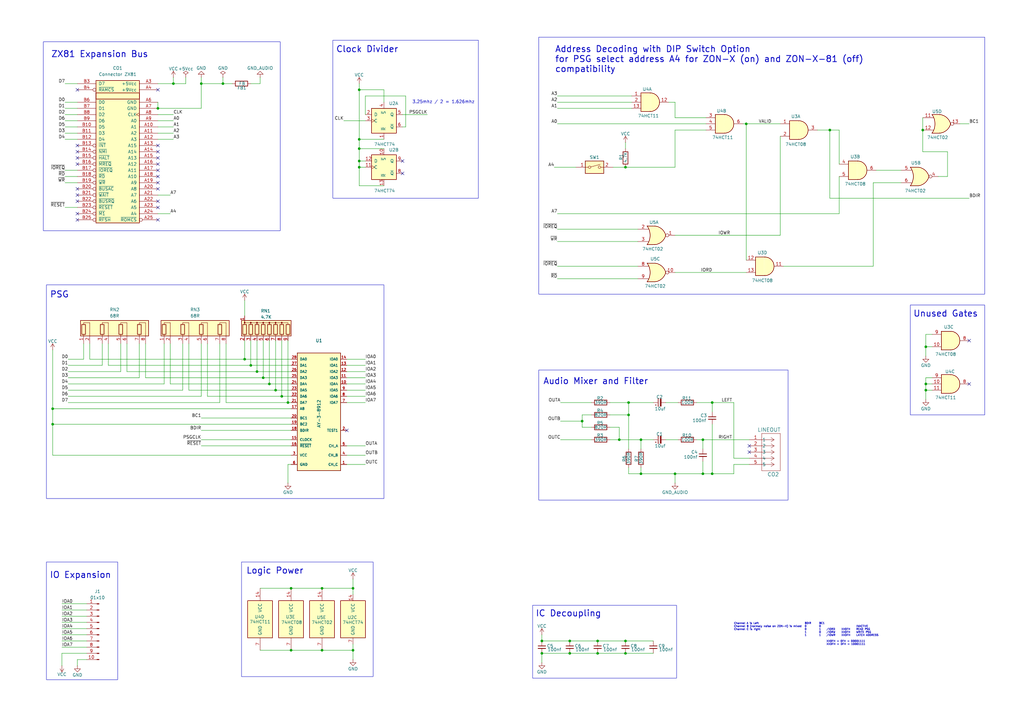
<source format=kicad_sch>
(kicad_sch (version 20250114) (generator "eeschema") (generator_version "9.0")
  (paper "A3")
  (title_block (title "AY-ZONIC-Core") (date "2025-09-20") (rev "2.0"))
  (rectangle (start 17.78 17.145) (end 114.935 94.615))
  (rectangle (start 220.98 151.765) (end 323.215 205.105))
  (rectangle (start 218.44 248.285) (end 277.495 278.13))
  (rectangle (start 373.38 125.095) (end 403.86 170.18))
  (rectangle (start 136.525 16.51) (end 196.215 81.28))
  (rectangle (start 220.98 15.24) (end 403.86 120.65))
  (rectangle (start 19.05 230.505) (end 48.26 278.765))
  (rectangle (start 99.06 230.505) (end 153.035 277.495))
  (rectangle (start 19.05 116.84) (end 157.48 204.47))
  (text "IO Expansion" (at 33.02 235.966 0) (effects (font (size 2.54 2.54) (thickness 0.3175))))
  (text "Audio Mixer and Filter" (at 244.348 156.464 0) (effects (font (size 2.54 2.54) (thickness 0.3175))))
  (text "ZX81 Expansion Bus" (at 40.894 22.352 0) (effects (font (size 2.54 2.54) (thickness 0.3175))))
  (text "3.25mhz / 2 = 1.626mhz" (at 181.864 41.91 0) (effects (font (size 1.27 1.27))))
  (text "Unused Gates" (at 387.858 128.778 0) (effects (font (size 2.54 2.54) (thickness 0.3175))))
  (text "Address Decoding with DIP Switch Option \nfor PSG select address A4 for ZON-X (on) and ZON-X-81 (off) \ncompatibility" (at 227.584 24.384 0) (effects (font (size 2.54 2.54) (thickness 0.3175)) (justify left)))
  (text "IC Decoupling" (at 233.172 251.714 0) (effects (font (size 2.54 2.54) (thickness 0.3175))))
  (text "Logic Power" (at 112.776 234.188 0) (effects (font (size 2.54 2.54) (thickness 0.3175))))
  (text "Channel A is Left\nChannel B (normaly noise on ZON-X) is mixed\nChannel C is right" (at 300.99 257.048 0) (effects (font (size 0.762 0.762)) (justify left)))
  (text "PSG" (at 24.384 120.904 0) (effects (font (size 2.54 2.54) (thickness 0.3175))))
  (text "BDIR	BC1\n0		0					INACTIVE\n0		1	/IORD	XX0FH	READ PSG\n1		0	/IORW	XX0FH	WRITE PSG\n1		1	/IOWR	XXDFH	LATCH ADDRESS\n\n			XX0FH = 0FH = 00001111\n			XXDFH = DFH = 10001111" (at 329.946 260.096 0) (effects (font (size 0.762 0.762)) (justify left)))
  (text "Clock Divider" (at 150.622 20.32 0) (effects (font (size 2.54 2.54) (thickness 0.3175))))
  (junction (at 118.11 165.1))
  (junction (at 233.68 267.97))
  (junction (at 71.12 34.29))
  (junction (at 115.57 162.56))
  (junction (at 144.78 241.3))
  (junction (at 147.32 36.83))
  (junction (at 379.73 157.48))
  (junction (at 306.07 50.8))
  (junction (at 107.95 154.94))
  (junction (at 147.32 60.96))
  (junction (at 144.78 266.7))
  (junction (at 21.59 167.64))
  (junction (at 256.54 262.89))
  (junction (at 119.38 266.7))
  (junction (at 222.25 262.89))
  (junction (at 245.11 262.89))
  (junction (at 257.81 170.18))
  (junction (at 379.73 160.02))
  (junction (at 113.03 160.02))
  (junction (at 102.87 149.86))
  (junction (at 254 180.34))
  (junction (at 262.89 180.34))
  (junction (at 132.08 241.3))
  (junction (at 110.49 157.48))
  (junction (at 378.46 53.34))
  (junction (at 147.32 66.04))
  (junction (at 340.36 53.34))
  (junction (at 292.1 194.31))
  (junction (at 119.38 241.3))
  (junction (at 245.11 267.97))
  (junction (at 256.54 267.97))
  (junction (at 379.73 142.24))
  (junction (at 82.55 34.29))
  (junction (at 256.54 68.58))
  (junction (at 222.25 267.97))
  (junction (at 100.33 147.32))
  (junction (at 238.76 172.72))
  (junction (at 147.32 57.15))
  (junction (at 91.44 34.29))
  (junction (at 21.59 173.99))
  (junction (at 64.77 44.45))
  (junction (at 276.86 194.31))
  (junction (at 147.32 68.58))
  (junction (at 233.68 262.89))
  (junction (at 132.08 266.7))
  (junction (at 288.29 180.34))
  (junction (at 288.29 194.31))
  (junction (at 292.1 165.1))
  (junction (at 105.41 152.4))
  (junction (at 262.89 194.31))
  (junction (at 257.81 165.1))
  (no_connect (at 64.77 72.39))
  (no_connect (at 31.75 90.17))
  (no_connect (at 64.77 77.47))
  (no_connect (at 307.34 182.88))
  (no_connect (at 31.75 77.47))
  (no_connect (at 397.51 139.7))
  (no_connect (at 64.77 62.23))
  (no_connect (at 31.75 36.83))
  (no_connect (at 64.77 82.55))
  (no_connect (at 31.75 87.63))
  (no_connect (at 64.77 64.77))
  (no_connect (at 31.75 64.77))
  (no_connect (at 64.77 74.93))
  (no_connect (at 64.77 90.17))
  (no_connect (at 31.75 67.31))
  (no_connect (at 64.77 67.31))
  (no_connect (at 64.77 36.83))
  (no_connect (at 64.77 85.09))
  (no_connect (at 31.75 80.01))
  (no_connect (at 397.51 157.48))
  (no_connect (at 165.1 71.12))
  (no_connect (at 142.24 176.53))
  (no_connect (at 31.75 62.23))
  (no_connect (at 64.77 69.85))
  (no_connect (at 165.1 66.04))
  (no_connect (at 31.75 59.69))
  (no_connect (at 307.34 185.42))
  (no_connect (at 31.75 82.55))
  (no_connect (at 64.77 59.69))
  (wire (pts (xy 340.36 53.34) (xy 335.28 53.34)))
  (wire (pts (xy 228.6 87.63) (xy 344.17 87.63)))
  (wire (pts (xy 285.75 180.34) (xy 288.29 180.34)))
  (wire (pts (xy 25.4 252.73) (xy 35.56 252.73)))
  (wire (pts (xy 31.75 270.51) (xy 31.75 273.05)))
  (wire (pts (xy 147.32 36.83) (xy 147.32 57.15)))
  (wire (pts (xy 69.85 80.01) (xy 64.77 80.01)))
  (wire (pts (xy 36.83 140.97) (xy 36.83 147.32)))
  (wire (pts (xy 49.53 140.97) (xy 49.53 152.4)))
  (wire (pts (xy 67.31 140.97) (xy 67.31 157.48)))
  (wire (pts (xy 102.87 34.29) (xy 106.68 34.29)))
  (wire (pts (xy 92.71 140.97) (xy 92.71 165.1)))
  (wire (pts (xy 82.55 31.75) (xy 82.55 34.29)))
  (wire (pts (xy 144.78 241.3) (xy 132.08 241.3)))
  (wire (pts (xy 147.32 36.83) (xy 157.48 36.83)))
  (wire (pts (xy 245.11 267.97) (xy 256.54 267.97)))
  (wire (pts (xy 144.78 266.7) (xy 132.08 266.7)))
  (wire (pts (xy 25.4 247.65) (xy 35.56 247.65)))
  (wire (pts (xy 166.37 39.37) (xy 166.37 52.07)))
  (wire (pts (xy 250.19 165.1) (xy 257.81 165.1)))
  (wire (pts (xy 25.4 262.89) (xy 35.56 262.89)))
  (wire (pts (xy 358.14 109.22) (xy 358.14 74.93)))
  (wire (pts (xy 254 180.34) (xy 262.89 180.34)))
  (wire (pts (xy 256.54 68.58) (xy 276.86 68.58)))
  (wire (pts (xy 233.68 262.89) (xy 245.11 262.89)))
  (wire (pts (xy 76.2 34.29) (xy 71.12 34.29)))
  (wire (pts (xy 388.62 72.39) (xy 384.81 72.39)))
  (wire (pts (xy 144.78 264.16) (xy 144.78 266.7)))
  (wire (pts (xy 149.86 39.37) (xy 166.37 39.37)))
  (wire (pts (xy 41.91 140.97) (xy 41.91 149.86)))
  (wire (pts (xy 379.73 142.24) (xy 382.27 142.24)))
  (wire (pts (xy 344.17 67.31) (xy 344.17 53.34)))
  (wire (pts (xy 26.67 34.29) (xy 31.75 34.29)))
  (wire (pts (xy 26.67 74.93) (xy 31.75 74.93)))
  (wire (pts (xy 147.32 34.29) (xy 147.32 36.83)))
  (wire (pts (xy 27.94 165.1) (xy 90.17 165.1)))
  (wire (pts (xy 71.12 31.75) (xy 71.12 34.29)))
  (wire (pts (xy 288.29 180.34) (xy 307.34 180.34)))
  (wire (pts (xy 100.33 123.19) (xy 100.33 129.54)))
  (wire (pts (xy 25.4 250.19) (xy 35.56 250.19)))
  (wire (pts (xy 102.87 149.86) (xy 119.38 149.86)))
  (wire (pts (xy 276.86 96.52) (xy 320.04 96.52)))
  (wire (pts (xy 166.37 52.07) (xy 165.1 52.07)))
  (wire (pts (xy 82.55 176.53) (xy 119.38 176.53)))
  (wire (pts (xy 251.46 68.58) (xy 256.54 68.58)))
  (wire (pts (xy 115.57 139.7) (xy 115.57 162.56)))
  (wire (pts (xy 26.67 57.15) (xy 31.75 57.15)))
  (wire (pts (xy 82.55 171.45) (xy 119.38 171.45)))
  (wire (pts (xy 344.17 53.34) (xy 340.36 53.34)))
  (wire (pts (xy 85.09 140.97) (xy 85.09 162.56)))
  (wire (pts (xy 222.25 262.89) (xy 233.68 262.89)))
  (wire (pts (xy 147.32 68.58) (xy 147.32 66.04)))
  (wire (pts (xy 250.19 180.34) (xy 254 180.34)))
  (wire (pts (xy 227.33 68.58) (xy 236.22 68.58)))
  (wire (pts (xy 157.48 76.2) (xy 147.32 76.2)))
  (wire (pts (xy 228.6 99.06) (xy 261.62 99.06)))
  (wire (pts (xy 256.54 58.42) (xy 256.54 60.96)))
  (wire (pts (xy 379.73 137.16) (xy 379.73 142.24)))
  (wire (pts (xy 229.87 172.72) (xy 238.76 172.72)))
  (wire (pts (xy 26.67 46.99) (xy 31.75 46.99)))
  (wire (pts (xy 71.12 46.99) (xy 64.77 46.99)))
  (wire (pts (xy 321.31 109.22) (xy 358.14 109.22)))
  (wire (pts (xy 25.4 257.81) (xy 35.56 257.81)))
  (wire (pts (xy 25.4 267.97) (xy 35.56 267.97)))
  (wire (pts (xy 378.46 62.23) (xy 388.62 62.23)))
  (wire (pts (xy 292.1 165.1) (xy 292.1 168.91)))
  (wire (pts (xy 25.4 260.35) (xy 35.56 260.35)))
  (wire (pts (xy 100.33 139.7) (xy 100.33 147.32)))
  (wire (pts (xy 222.25 260.35) (xy 222.25 262.89)))
  (wire (pts (xy 157.48 36.83) (xy 157.48 41.91)))
  (wire (pts (xy 59.69 154.94) (xy 107.95 154.94)))
  (wire (pts (xy 292.1 194.31) (xy 300.99 194.31)))
  (wire (pts (xy 254 175.26) (xy 254 180.34)))
  (wire (pts (xy 256.54 262.89) (xy 267.97 262.89)))
  (wire (pts (xy 26.67 49.53) (xy 31.75 49.53)))
  (wire (pts (xy 85.09 162.56) (xy 115.57 162.56)))
  (wire (pts (xy 36.83 147.32) (xy 100.33 147.32)))
  (wire (pts (xy 59.69 140.97) (xy 59.69 154.94)))
  (wire (pts (xy 147.32 60.96) (xy 157.48 60.96)))
  (wire (pts (xy 306.07 50.8) (xy 306.07 106.68)))
  (wire (pts (xy 245.11 262.89) (xy 256.54 262.89)))
  (wire (pts (xy 228.6 93.98) (xy 261.62 93.98)))
  (wire (pts (xy 142.24 154.94) (xy 149.86 154.94)))
  (wire (pts (xy 149.86 66.04) (xy 147.32 66.04)))
  (wire (pts (xy 21.59 143.51) (xy 21.59 167.64)))
  (wire (pts (xy 74.93 140.97) (xy 74.93 160.02)))
  (wire (pts (xy 276.86 68.58) (xy 276.86 53.34)))
  (wire (pts (xy 147.32 76.2) (xy 147.32 68.58)))
  (wire (pts (xy 359.41 69.85) (xy 369.57 69.85)))
  (wire (pts (xy 105.41 139.7) (xy 105.41 152.4)))
  (wire (pts (xy 292.1 173.99) (xy 292.1 194.31)))
  (wire (pts (xy 228.6 41.91) (xy 259.08 41.91)))
  (wire (pts (xy 262.89 180.34) (xy 267.97 180.34)))
  (wire (pts (xy 238.76 175.26) (xy 242.57 175.26)))
  (wire (pts (xy 149.86 46.99) (xy 149.86 39.37)))
  (wire (pts (xy 107.95 139.7) (xy 107.95 154.94)))
  (wire (pts (xy 379.73 157.48) (xy 382.27 157.48)))
  (wire (pts (xy 276.86 111.76) (xy 306.07 111.76)))
  (wire (pts (xy 82.55 180.34) (xy 119.38 180.34)))
  (wire (pts (xy 25.4 255.27) (xy 35.56 255.27)))
  (wire (pts (xy 27.94 149.86) (xy 41.91 149.86)))
  (wire (pts (xy 250.19 175.26) (xy 254 175.26)))
  (wire (pts (xy 113.03 139.7) (xy 113.03 160.02)))
  (wire (pts (xy 257.81 170.18) (xy 257.81 184.15)))
  (wire (pts (xy 26.67 85.09) (xy 31.75 85.09)))
  (wire (pts (xy 300.99 190.5) (xy 300.99 194.31)))
  (wire (pts (xy 257.81 194.31) (xy 262.89 194.31)))
  (wire (pts (xy 276.86 53.34) (xy 289.56 53.34)))
  (wire (pts (xy 276.86 194.31) (xy 288.29 194.31)))
  (wire (pts (xy 149.86 190.5) (xy 142.24 190.5)))
  (wire (pts (xy 229.87 180.34) (xy 242.57 180.34)))
  (wire (pts (xy 118.11 198.12) (xy 118.11 190.5)))
  (wire (pts (xy 140.97 49.53) (xy 149.86 49.53)))
  (wire (pts (xy 257.81 165.1) (xy 257.81 170.18)))
  (wire (pts (xy 379.73 157.48) (xy 379.73 160.02)))
  (wire (pts (xy 64.77 41.91) (xy 64.77 44.45)))
  (wire (pts (xy 288.29 194.31) (xy 292.1 194.31)))
  (wire (pts (xy 105.41 152.4) (xy 119.38 152.4)))
  (wire (pts (xy 142.24 147.32) (xy 149.86 147.32)))
  (wire (pts (xy 228.6 50.8) (xy 289.56 50.8)))
  (wire (pts (xy 276.86 41.91) (xy 276.86 48.26)))
  (wire (pts (xy 306.07 50.8) (xy 304.8 50.8)))
  (wire (pts (xy 119.38 266.7) (xy 132.08 266.7)))
  (wire (pts (xy 273.05 180.34) (xy 278.13 180.34)))
  (wire (pts (xy 276.86 194.31) (xy 276.86 198.12)))
  (wire (pts (xy 273.05 165.1) (xy 278.13 165.1)))
  (wire (pts (xy 228.6 39.37) (xy 259.08 39.37)))
  (wire (pts (xy 27.94 162.56) (xy 82.55 162.56)))
  (wire (pts (xy 115.57 162.56) (xy 119.38 162.56)))
  (wire (pts (xy 222.25 267.97) (xy 222.25 271.78)))
  (wire (pts (xy 157.48 57.15) (xy 147.32 57.15)))
  (wire (pts (xy 71.12 49.53) (xy 64.77 49.53)))
  (wire (pts (xy 144.78 243.84) (xy 144.78 241.3)))
  (wire (pts (xy 382.27 137.16) (xy 379.73 137.16)))
  (wire (pts (xy 21.59 167.64) (xy 21.59 173.99)))
  (wire (pts (xy 106.68 31.75) (xy 106.68 34.29)))
  (wire (pts (xy 238.76 172.72) (xy 238.76 170.18)))
  (wire (pts (xy 82.55 34.29) (xy 82.55 44.45)))
  (wire (pts (xy 34.29 140.97) (xy 34.29 147.32)))
  (wire (pts (xy 27.94 147.32) (xy 34.29 147.32)))
  (wire (pts (xy 300.99 190.5) (xy 307.34 190.5)))
  (wire (pts (xy 21.59 173.99) (xy 21.59 186.69)))
  (wire (pts (xy 26.67 52.07) (xy 31.75 52.07)))
  (wire (pts (xy 147.32 60.96) (xy 147.32 66.04)))
  (wire (pts (xy 26.67 72.39) (xy 31.75 72.39)))
  (wire (pts (xy 25.4 265.43) (xy 35.56 265.43)))
  (wire (pts (xy 119.38 241.3) (xy 132.08 241.3)))
  (wire (pts (xy 118.11 165.1) (xy 119.38 165.1)))
  (wire (pts (xy 257.81 170.18) (xy 250.19 170.18)))
  (wire (pts (xy 228.6 44.45) (xy 259.08 44.45)))
  (wire (pts (xy 262.89 194.31) (xy 276.86 194.31)))
  (wire (pts (xy 91.44 34.29) (xy 95.25 34.29)))
  (wire (pts (xy 379.73 160.02) (xy 382.27 160.02)))
  (wire (pts (xy 44.45 140.97) (xy 44.45 149.86)))
  (wire (pts (xy 288.29 180.34) (xy 288.29 184.15)))
  (wire (pts (xy 262.89 180.34) (xy 262.89 184.15)))
  (wire (pts (xy 397.51 50.8) (xy 393.7 50.8)))
  (wire (pts (xy 300.99 187.96) (xy 307.34 187.96)))
  (wire (pts (xy 238.76 172.72) (xy 238.76 175.26)))
  (wire (pts (xy 52.07 152.4) (xy 105.41 152.4)))
  (wire (pts (xy 229.87 165.1) (xy 242.57 165.1)))
  (wire (pts (xy 26.67 44.45) (xy 31.75 44.45)))
  (wire (pts (xy 69.85 157.48) (xy 110.49 157.48)))
  (wire (pts (xy 276.86 48.26) (xy 289.56 48.26)))
  (wire (pts (xy 44.45 149.86) (xy 102.87 149.86)))
  (wire (pts (xy 165.1 46.99) (xy 175.26 46.99)))
  (wire (pts (xy 292.1 165.1) (xy 300.99 165.1)))
  (wire (pts (xy 274.32 41.91) (xy 276.86 41.91)))
  (wire (pts (xy 379.73 142.24) (xy 379.73 146.05)))
  (wire (pts (xy 142.24 152.4) (xy 149.86 152.4)))
  (wire (pts (xy 77.47 140.97) (xy 77.47 160.02)))
  (wire (pts (xy 110.49 157.48) (xy 119.38 157.48)))
  (wire (pts (xy 107.95 154.94) (xy 119.38 154.94)))
  (wire (pts (xy 57.15 140.97) (xy 57.15 154.94)))
  (wire (pts (xy 144.78 237.49) (xy 144.78 241.3)))
  (wire (pts (xy 262.89 191.77) (xy 262.89 194.31)))
  (wire (pts (xy 285.75 165.1) (xy 292.1 165.1)))
  (wire (pts (xy 71.12 52.07) (xy 64.77 52.07)))
  (wire (pts (xy 144.78 266.7) (xy 144.78 270.51)))
  (wire (pts (xy 142.24 160.02) (xy 149.86 160.02)))
  (wire (pts (xy 82.55 34.29) (xy 91.44 34.29)))
  (wire (pts (xy 340.36 81.28) (xy 340.36 53.34)))
  (wire (pts (xy 76.2 31.75) (xy 76.2 34.29)))
  (wire (pts (xy 118.11 139.7) (xy 118.11 165.1)))
  (wire (pts (xy 92.71 165.1) (xy 118.11 165.1)))
  (wire (pts (xy 233.68 267.97) (xy 245.11 267.97)))
  (wire (pts (xy 149.86 186.69) (xy 142.24 186.69)))
  (wire (pts (xy 100.33 147.32) (xy 119.38 147.32)))
  (wire (pts (xy 397.51 81.28) (xy 340.36 81.28)))
  (wire (pts (xy 388.62 62.23) (xy 388.62 72.39)))
  (wire (pts (xy 82.55 140.97) (xy 82.55 162.56)))
  (wire (pts (xy 90.17 140.97) (xy 90.17 165.1)))
  (wire (pts (xy 142.24 157.48) (xy 149.86 157.48)))
  (wire (pts (xy 113.03 160.02) (xy 119.38 160.02)))
  (wire (pts (xy 27.94 160.02) (xy 74.93 160.02)))
  (wire (pts (xy 233.68 267.97) (xy 222.25 267.97)))
  (wire (pts (xy 257.81 165.1) (xy 267.97 165.1)))
  (wire (pts (xy 142.24 162.56) (xy 149.86 162.56)))
  (wire (pts (xy 142.24 165.1) (xy 149.86 165.1)))
  (wire (pts (xy 64.77 44.45) (xy 82.55 44.45)))
  (wire (pts (xy 106.68 241.3) (xy 119.38 241.3)))
  (wire (pts (xy 71.12 54.61) (xy 64.77 54.61)))
  (wire (pts (xy 119.38 186.69) (xy 21.59 186.69)))
  (wire (pts (xy 358.14 74.93) (xy 369.57 74.93)))
  (wire (pts (xy 21.59 167.64) (xy 119.38 167.64)))
  (wire (pts (xy 71.12 57.15) (xy 64.77 57.15)))
  (wire (pts (xy 110.49 139.7) (xy 110.49 157.48)))
  (wire (pts (xy 64.77 34.29) (xy 71.12 34.29)))
  (wire (pts (xy 149.86 68.58) (xy 147.32 68.58)))
  (wire (pts (xy 25.4 267.97) (xy 25.4 273.05)))
  (wire (pts (xy 142.24 149.86) (xy 149.86 149.86)))
  (wire (pts (xy 344.17 87.63) (xy 344.17 72.39)))
  (wire (pts (xy 52.07 140.97) (xy 52.07 152.4)))
  (wire (pts (xy 91.44 31.75) (xy 91.44 34.29)))
  (wire (pts (xy 242.57 170.18) (xy 238.76 170.18)))
  (wire (pts (xy 102.87 139.7) (xy 102.87 149.86)))
  (wire (pts (xy 27.94 154.94) (xy 57.15 154.94)))
  (wire (pts (xy 21.59 173.99) (xy 119.38 173.99)))
  (wire (pts (xy 27.94 157.48) (xy 67.31 157.48)))
  (wire (pts (xy 228.6 109.22) (xy 261.62 109.22)))
  (wire (pts (xy 149.86 182.88) (xy 142.24 182.88)))
  (wire (pts (xy 378.46 48.26) (xy 378.46 53.34)))
  (wire (pts (xy 26.67 54.61) (xy 31.75 54.61)))
  (wire (pts (xy 257.81 191.77) (xy 257.81 194.31)))
  (wire (pts (xy 256.54 267.97) (xy 267.97 267.97)))
  (wire (pts (xy 77.47 160.02) (xy 113.03 160.02)))
  (wire (pts (xy 300.99 187.96) (xy 300.99 165.1)))
  (wire (pts (xy 26.67 69.85) (xy 31.75 69.85)))
  (wire (pts (xy 320.04 96.52) (xy 320.04 55.88)))
  (wire (pts (xy 69.85 87.63) (xy 64.77 87.63)))
  (wire (pts (xy 378.46 53.34) (xy 378.46 62.23)))
  (wire (pts (xy 31.75 270.51) (xy 35.56 270.51)))
  (wire (pts (xy 26.67 41.91) (xy 31.75 41.91)))
  (wire (pts (xy 118.11 190.5) (xy 119.38 190.5)))
  (wire (pts (xy 379.73 160.02) (xy 379.73 163.83)))
  (wire (pts (xy 379.73 154.94) (xy 379.73 157.48)))
  (wire (pts (xy 288.29 189.23) (xy 288.29 194.31)))
  (wire (pts (xy 119.38 266.7) (xy 106.68 266.7)))
  (wire (pts (xy 69.85 140.97) (xy 69.85 157.48)))
  (wire (pts (xy 147.32 57.15) (xy 147.32 60.96)))
  (wire (pts (xy 228.6 114.3) (xy 261.62 114.3)))
  (wire (pts (xy 27.94 152.4) (xy 49.53 152.4)))
  (wire (pts (xy 82.55 182.88) (xy 119.38 182.88)))
  (wire (pts (xy 379.73 154.94) (xy 382.27 154.94)))
  (wire (pts (xy 306.07 50.8) (xy 320.04 50.8)))
  (label "IOA0" (at 149.86 147.32 0))
  (label "~{RESET}" (at 82.55 182.88 180))
  (label "IOA7" (at 149.86 165.1 0))
  (label "~{IOREQ}" (at 228.6 109.22 180))
  (label "IORD" (at 292.1 111.76 180))
  (label "A4" (at 227.33 68.58 180))
  (label "A1" (at 228.6 44.45 180))
  (label "~{RD}" (at 26.67 72.39 180))
  (label "OUTC" (at 229.87 180.34 180))
  (label "D3" (at 27.94 154.94 180))
  (label "~{IOREQ}" (at 26.67 69.85 180))
  (label "RIGHT" (at 294.64 180.34 0))
  (label "OUTB" (at 229.87 172.72 180))
  (label "BC1" (at 397.51 50.8 0))
  (label "D0" (at 27.94 147.32 180))
  (label "IOA5" (at 149.86 160.02 0))
  (label "IOWR" (at 294.64 96.52 0))
  (label "IOA0" (at 25.4 247.65 0))
  (label "A2" (at 71.12 54.61 0))
  (label "OUTC" (at 149.86 190.5 0))
  (label "~{WR}" (at 26.67 74.93 180))
  (label "~{IOREQ}" (at 228.6 93.98 180))
  (label "D7" (at 27.94 165.1 180))
  (label "A3" (at 228.6 39.37 180))
  (label "A1" (at 71.12 52.07 0))
  (label "IOA7" (at 25.4 265.43 0))
  (label "CLK" (at 140.97 49.53 180))
  (label "D1" (at 27.94 149.86 180))
  (label "OUTB" (at 149.86 186.69 0))
  (label "IOA2" (at 25.4 252.73 0))
  (label "OUTA" (at 149.86 182.88 0))
  (label "D2" (at 27.94 152.4 180))
  (label "IOA4" (at 25.4 257.81 0))
  (label "VALID" (at 311.15 50.8 0))
  (label "D5" (at 27.94 160.02 180))
  (label "D3" (at 26.67 54.61 180))
  (label "A2" (at 228.6 41.91 180))
  (label "LEFT" (at 295.91 165.1 0))
  (label "~{RESET}" (at 26.67 85.09 180))
  (label "A0" (at 228.6 50.8 180))
  (label "IOA6" (at 149.86 162.56 0))
  (label "IOA4" (at 149.86 157.48 0))
  (label "IOA1" (at 149.86 149.86 0))
  (label "IOA3" (at 149.86 154.94 0))
  (label "CLK" (at 71.12 46.99 0))
  (label "IOA2" (at 149.86 152.4 0))
  (label "PSGCLK" (at 82.55 180.34 180))
  (label "A7" (at 69.85 80.01 0))
  (label "~{WR}" (at 228.6 99.06 180))
  (label "BDIR" (at 82.55 176.53 180))
  (label "D1" (at 26.67 44.45 180))
  (label "D7" (at 26.67 34.29 180))
  (label "A4" (at 69.85 87.63 0))
  (label "D0" (at 26.67 41.91 180))
  (label "D4" (at 27.94 157.48 180))
  (label "~{RD}" (at 228.6 114.3 180))
  (label "IOA1" (at 25.4 250.19 0))
  (label "D5" (at 26.67 52.07 180))
  (label "IOA6" (at 25.4 262.89 0))
  (label "A7" (at 228.6 87.63 180))
  (label "D6" (at 26.67 49.53 180))
  (label "IOA3" (at 25.4 255.27 0))
  (label "PSGCLK" (at 175.26 46.99 180))
  (label "A3" (at 71.12 57.15 0))
  (label "A0" (at 71.12 49.53 0))
  (label "OUTA" (at 229.87 165.1 180))
  (label "IOA5" (at 25.4 260.35 0))
  (label "D2" (at 26.67 46.99 180))
  (label "D6" (at 27.94 162.56 180))
  (label "D4" (at 26.67 57.15 180))
  (label "BC1" (at 82.55 171.45 180))
  (label "BDIR" (at 397.51 81.28 0))
  (symbol (lib_id "power:VCC") (at 256.54 58.42 0) (unit 1)
    (property "Reference" "#PWR010" (effects (hide yes)))
    (property "Value" "VCC" (at 256.54 54.864 0))
    (property "Description" "Power symbol creates a global label with name \"VCC\"" (effects (hide yes)))
  )
  (symbol (lib_id "AY-38912:AY-3-8912") (at 130.81 168.91 0) (unit 1)
    (property "Reference" "U1" (at 130.81 139.7 0))
    (property "Value" "AY-3-8912" (at 130.81 169.672 90))
    (property "Footprint" "Package_DIP:DIP-28_W15.24mm_LongPads" (effects (hide yes)))
  )
  (symbol (lib_id "74xx:74HCT74") (at 157.48 68.58 0) (unit 2)
    (property "Reference" "U2" (at 159.512 61.468 0) (effects (justify left)))
    (property "Value" "74HCT74" (at 153.416 78.232 0) (effects (justify left)))
    (property "Footprint" "Package_DIP:DIP-14_W7.62mm_Socket_LongPads" (effects (hide yes)))
    (property "Datasheet" "https://assets.nexperia.com/documents/data-sheet/74HC_HCT74.pdf" (effects (hide yes)))
    (property "Description" "Dual D Flip-flop, Set & Reset" (effects (hide yes)))
  )
  (symbol (lib_id "74xx:74LS08") (at 389.89 139.7 0) (unit 3)
    (property "Reference" "U3" (at 389.128 134.112 0))
    (property "Value" "74HCT08" (at 387.858 145.288 0))
    (property "Footprint" "Package_DIP:DIP-14_W7.62mm_Socket_LongPads" (effects (hide yes)))
    (property "Datasheet" "http://www.ti.com/lit/gpn/sn74LS08" (effects (hide yes)))
    (property "Description" "Quad And2" (effects (hide yes)))
  )
  (symbol (lib_id "Device:C_Polarized_Small") (at 270.51 165.1 90) (unit 1)
    (property "Reference" "C2" (at 270.51 162.814 90))
    (property "Value" "10uf" (at 270.764 167.64 90))
    (property "Footprint" "Capacitor_THT:CP_Radial_D5.0mm_P2.00mm" (effects (hide yes)))
    (property "Description" "Polarized capacitor, small symbol" (effects (hide yes)))
  )
  (symbol (lib_name "R_5") (lib_id "Device:R") (at 281.94 165.1 90) (unit 1)
    (property "Reference" "R11" (at 281.686 163.322 90))
    (property "Value" "100R" (at 281.94 165.1 90))
    (property "Footprint" "Resistor_THT:R_Axial_DIN0207_L6.3mm_D2.5mm_P7.62mm_Horizontal" (effects (hide yes)))
    (property "Description" "Resistor" (effects (hide yes)))
  )
  (symbol (lib_id "74xx:74LS08") (at 351.79 69.85 0) (unit 2)
    (property "Reference" "U3" (at 350.774 64.262 0))
    (property "Value" "74HCT08" (at 350.774 75.438 0))
    (property "Footprint" "Package_DIP:DIP-14_W7.62mm_Socket_LongPads" (effects (hide yes)))
    (property "Datasheet" "http://www.ti.com/lit/gpn/sn74LS08" (effects (hide yes)))
    (property "Description" "Quad And2" (effects (hide yes)))
  )
  (symbol (lib_id "power:GND") (at 379.73 163.83 0) (unit 1)
    (property "Reference" "#PWR03" (effects (hide yes)))
    (property "Value" "GND" (at 379.73 167.64 0))
    (property "Description" "Power symbol creates a global label with name \"GND\" , ground" (effects (hide yes)))
  )
  (symbol (lib_id "74xx:74LS02") (at 132.08 254 0) (unit 5)
    (property "Reference" "U5" (at 131.826 253.238 0))
    (property "Value" "74HCT02" (at 132.08 255.27 0))
    (property "Footprint" "Package_DIP:DIP-14_W7.62mm_Socket_LongPads" (effects (hide yes)))
    (property "Datasheet" "http://www.ti.com/lit/gpn/sn74ls02" (effects (hide yes)))
    (property "Description" "quad 2-input NOR gate" (effects (hide yes)))
  )
  (symbol (lib_id "power:VCC") (at 144.78 237.49 0) (unit 1)
    (property "Reference" "#PWR013" (effects (hide yes)))
    (property "Value" "VCC" (at 144.78 233.934 0))
    (property "Description" "Power symbol creates a global label with name \"VCC\"" (effects (hide yes)))
  )
  (symbol (lib_name "R_6") (lib_id "Device:R") (at 246.38 165.1 90) (unit 1)
    (property "Reference" "R2" (at 246.126 163.322 90))
    (property "Value" "390R" (at 246.38 165.1 90))
    (property "Footprint" "Resistor_THT:R_Axial_DIN0207_L6.3mm_D2.5mm_P7.62mm_Horizontal" (effects (hide yes)))
    (property "Description" "Resistor" (effects (hide yes)))
  )
  (symbol (lib_id "power:GND") (at 82.55 31.75 0) (mirror x) (unit 1)
    (property "Reference" "#PWR08" (effects (hide yes)))
    (property "Value" "GND" (at 82.55 27.94 0))
    (property "Description" "Power symbol creates a global label with name \"GND\" , ground" (effects (hide yes)))
  )
  (symbol (lib_id "74xx:74LS11") (at 389.89 157.48 0) (unit 3)
    (property "Reference" "U4" (at 389.636 152.4 0))
    (property "Value" "74HCT11" (at 387.858 163.068 0))
    (property "Footprint" "Package_DIP:DIP-14_W7.62mm_Socket_LongPads" (effects (hide yes)))
    (property "Datasheet" "http://www.ti.com/lit/gpn/sn74LS11" (effects (hide yes)))
    (property "Description" "Triple 3-input AND" (effects (hide yes)))
  )
  (symbol (lib_id "74xx:74LS08") (at 313.69 109.22 0) (unit 4)
    (property "Reference" "U3" (at 312.674 103.632 0))
    (property "Value" "74HCT08" (at 312.674 115.062 0))
    (property "Footprint" "Package_DIP:DIP-14_W7.62mm_Socket_LongPads" (effects (hide yes)))
    (property "Datasheet" "http://www.ti.com/lit/gpn/sn74LS08" (effects (hide yes)))
    (property "Description" "Quad And2" (effects (hide yes)))
  )
  (symbol (lib_id "power:GND") (at 276.86 198.12 0) (unit 1)
    (property "Reference" "#PWR018" (effects (hide yes)))
    (property "Value" "GND_AUDIO" (at 276.86 201.93 0))
    (property "Description" "Power symbol creates a global label with name \"GND\" , ground" (effects (hide yes)))
  )
  (symbol (lib_id "power:VCC") (at 71.12 31.75 0) (unit 1)
    (property "Reference" "#PWR07" (effects (hide yes)))
    (property "Value" "VCC" (at 71.12 28.194 0))
    (property "Description" "Power symbol creates a global label with name \"VCC\"" (effects (hide yes)))
  )
  (symbol (lib_id "74xx:74HCT74") (at 157.48 49.53 0) (unit 1)
    (property "Reference" "U2" (at 159.512 42.418 0) (effects (justify left)))
    (property "Value" "74HCT74" (at 153.416 59.182 0) (effects (justify left)))
    (property "Footprint" "Package_DIP:DIP-14_W7.62mm_Socket_LongPads" (effects (hide yes)))
    (property "Datasheet" "https://assets.nexperia.com/documents/data-sheet/74HC_HCT74.pdf" (effects (hide yes)))
    (property "Description" "Dual D Flip-flop, Set & Reset" (effects (hide yes)))
  )
  (symbol (lib_id "power:VCC") (at 25.4 273.05 180) (unit 1)
    (property "Reference" "#PWR014" (effects (hide yes)))
    (property "Value" "VCC" (at 25.4 276.606 0))
    (property "Description" "Power symbol creates a global label with name \"VCC\"" (effects (hide yes)))
  )
  (symbol (lib_id "power:GND") (at 144.78 270.51 0) (unit 1)
    (property "Reference" "#PWR012" (effects (hide yes)))
    (property "Value" "GND" (at 144.78 274.32 0))
    (property "Description" "Power symbol creates a global label with name \"GND\" , ground" (effects (hide yes)))
  )
  (symbol (lib_name "R_7") (lib_id "Device:R") (at 257.81 187.96 0) (unit 1)
    (property "Reference" "R6" (at 256.032 189.484 90) (effects (justify left)))
    (property "Value" "390R" (at 257.81 190.5 90) (effects (justify left)))
    (property "Footprint" "Resistor_THT:R_Axial_DIN0207_L6.3mm_D2.5mm_P7.62mm_Horizontal" (effects (hide yes)))
    (property "Description" "Resistor" (effects (hide yes)))
  )
  (symbol (lib_name "R_5") (lib_id "Device:R") (at 281.94 180.34 90) (unit 1)
    (property "Reference" "R10" (at 281.686 178.562 90))
    (property "Value" "100R" (at 281.94 180.34 90))
    (property "Footprint" "Resistor_THT:R_Axial_DIN0207_L6.3mm_D2.5mm_P7.62mm_Horizontal" (effects (hide yes)))
    (property "Description" "Resistor" (effects (hide yes)))
  )
  (symbol (lib_id "Connector:Conn_01x10_Pin") (at 40.64 257.81 0) (mirror y) (unit 1)
    (property "Reference" "J1" (at 40.005 242.57 0))
    (property "Value" "01x10" (at 40.005 245.11 0))
    (property "Footprint" "Connector_PinHeader_2.54mm:PinHeader_1x10_P2.54mm_Vertical" (effects (hide yes)))
    (property "Description" "Generic connector, single row, 01x10, script generated" (effects (hide yes)))
  )
  (symbol (lib_id "74xx:74LS02") (at 269.24 96.52 0) (unit 1)
    (property "Reference" "U5" (at 268.224 91.186 0))
    (property "Value" "74HCT02" (at 267.716 102.108 0))
    (property "Footprint" "Package_DIP:DIP-14_W7.62mm_Socket_LongPads" (effects (hide yes)))
    (property "Datasheet" "http://www.ti.com/lit/gpn/sn74ls02" (effects (hide yes)))
    (property "Description" "quad 2-input NOR gate" (effects (hide yes)))
  )
  (symbol (lib_id "power:PWR_FLAG") (at 91.44 31.75 0) (unit 1)
    (property "Reference" "#FLG03" (effects (hide yes)))
    (property "Value" "GND" (at 91.44 27.94 0))
    (property "Description" "Special symbol for telling ERC where power comes from" (effects (hide yes)))
  )
  (symbol (lib_id "power:GND") (at 379.73 146.05 0) (unit 1)
    (property "Reference" "#PWR04" (effects (hide yes)))
    (property "Value" "GND" (at 379.73 149.86 0))
    (property "Description" "Power symbol creates a global label with name \"GND\" , ground" (effects (hide yes)))
  )
  (symbol (lib_name "R_4") (lib_id "Device:R") (at 246.38 170.18 270) (unit 1)
    (property "Reference" "R4" (at 246.126 168.402 90))
    (property "Value" "820R" (at 246.38 170.18 90))
    (property "Footprint" "Resistor_THT:R_Axial_DIN0207_L6.3mm_D2.5mm_P7.62mm_Horizontal" (effects (hide yes)))
    (property "Description" "Resistor" (effects (hide yes)))
  )
  (symbol (lib_id "power:GND") (at 222.25 271.78 0) (unit 1)
    (property "Reference" "#PWR02" (effects (hide yes)))
    (property "Value" "GND" (at 222.25 275.59 0))
    (property "Description" "Power symbol creates a global label with name \"GND\" , ground" (effects (hide yes)))
  )
  (symbol (lib_id "Device:R_Pack04_SIP") (at 80.01 135.89 0) (unit 1)
    (property "Reference" "RN3" (at 80.01 127 0))
    (property "Value" "68R" (at 80.01 129.54 0))
    (property "Footprint" "Resistor_THT:R_Array_SIP8" (effects (hide yes)))
    (property "Datasheet" "http://www.vishay.com/docs/31509/csc.pdf" (effects (hide yes)))
    (property "Description" "4 resistor network, parallel topology, SIP package" (effects (hide yes)))
  )
  (symbol (lib_name "R_8") (lib_id "Device:R") (at 262.89 187.96 0) (unit 1)
    (property "Reference" "R7" (at 261.112 189.484 90) (effects (justify left)))
    (property "Value" "390R" (at 262.89 190.5 90) (effects (justify left)))
    (property "Footprint" "Resistor_THT:R_Axial_DIN0207_L6.3mm_D2.5mm_P7.62mm_Horizontal" (effects (hide yes)))
    (property "Description" "Resistor" (effects (hide yes)))
  )
  (symbol (lib_id "Device:R") (at 99.06 34.29 90) (unit 1)
    (property "Reference" "FB1" (at 101.092 36.068 90) (effects (justify left)))
    (property "Value" "FB" (at 100.584 34.29 90) (effects (justify left)))
    (property "Footprint" "Resistor_THT:R_Axial_DIN0207_L6.3mm_D2.5mm_P7.62mm_Horizontal" (effects (hide yes)))
    (property "Description" "Resistor" (effects (hide yes)))
  )
  (symbol (lib_id "Stereo_Jack_Connector:SPC21348") (at 307.34 180.34 0) (unit 1)
    (property "Reference" "CO2" (at 314.706 194.564 0) (effects (font (size 1.524 1.524)) (justify left)))
    (property "Value" "LINEOUT" (at 310.642 176.276 0) (effects (font (size 1.524 1.524)) (justify left)))
    (property "Footprint" "audio_jack:CONN5_SPC21348_MTC" (effects (hide yes)))
    (property "Datasheet" "SPC21348" (effects (hide yes)))
  )
  (symbol (lib_id "Device:R") (at 256.54 64.77 0) (unit 1)
    (property "Reference" "R1" (at 254.762 65.786 90) (effects (justify left)))
    (property "Value" "4.7K" (at 256.54 66.802 90) (effects (justify left)))
    (property "Footprint" "Resistor_THT:R_Axial_DIN0207_L6.3mm_D2.5mm_P7.62mm_Horizontal" (effects (hide yes)))
    (property "Description" "Resistor" (effects (hide yes)))
  )
  (symbol (lib_id "74xx:74LS08") (at 119.38 254 0) (unit 5)
    (property "Reference" "U3" (at 119.126 252.984 0))
    (property "Value" "74HCT08" (at 119.634 255.27 0))
    (property "Footprint" "Package_DIP:DIP-14_W7.62mm_Socket_LongPads" (effects (hide yes)))
    (property "Datasheet" "http://www.ti.com/lit/gpn/sn74LS08" (effects (hide yes)))
    (property "Description" "Quad And2" (effects (hide yes)))
  )
  (symbol (lib_id "Device:C_Polarized_Small") (at 270.51 180.34 90) (unit 1)
    (property "Reference" "C1" (at 270.51 178.054 90))
    (property "Value" "10uf" (at 270.764 182.88 90))
    (property "Footprint" "Capacitor_THT:CP_Radial_D5.0mm_P2.00mm" (effects (hide yes)))
    (property "Description" "Polarized capacitor, small symbol" (effects (hide yes)))
  )
  (symbol (lib_id "power:VCC") (at 222.25 260.35 0) (unit 1)
    (property "Reference" "#PWR01" (effects (hide yes)))
    (property "Value" "VCC" (at 222.25 256.794 0))
    (property "Description" "Power symbol creates a global label with name \"VCC\"" (effects (hide yes)))
  )
  (symbol (lib_id "power:PWR_FLAG") (at 76.2 31.75 0) (unit 1)
    (property "Reference" "#FLG04" (effects (hide yes)))
    (property "Value" "+5Vcc" (at 76.2 28.194 0))
    (property "Description" "Special symbol for telling ERC where power comes from" (effects (hide yes)))
  )
  (symbol (lib_id "Device:R_Network08") (at 110.49 134.62 0) (unit 1)
    (property "Reference" "RN1" (at 106.934 127.508 0) (effects (justify left)))
    (property "Value" "4.7K" (at 106.934 130.048 0) (effects (justify left)))
    (property "Footprint" "Resistor_THT:R_Array_SIP9" (effects (hide yes)))
    (property "Datasheet" "http://www.vishay.com/docs/31509/csc.pdf" (effects (hide yes)))
    (property "Description" "8 resistor network, star topology, bussed resistors, small symbol" (effects (hide yes)))
  )
  (symbol (lib_id "Switch:SW_DIP_x01") (at 243.84 68.58 0) (unit 1)
    (property "Reference" "SW1" (at 243.84 64.516 0))
    (property "Value" "SW_DIP_x01" (effects (hide yes)))
    (property "Footprint" "Button_Switch_THT:SW_DIP_SPSTx01_Slide_9.78x4.72mm_W7.62mm_P2.54mm" (effects (hide yes)))
    (property "Description" "1x DIP Switch, Single Pole Single Throw (SPST) switch, small symbol" (effects (hide yes)))
  )
  (symbol (lib_id "74xx:74LS11") (at 106.68 254 0) (unit 4)
    (property "Reference" "U4" (at 106.426 252.984 0))
    (property "Value" "74HCT11" (at 106.68 255.016 0))
    (property "Footprint" "Package_DIP:DIP-14_W7.62mm_Socket_LongPads" (effects (hide yes)))
    (property "Datasheet" "http://www.ti.com/lit/gpn/sn74LS11" (effects (hide yes)))
    (property "Description" "Triple 3-input AND" (effects (hide yes)))
  )
  (symbol (lib_id "74xx:74LS02") (at 386.08 50.8 0) (unit 4)
    (property "Reference" "U5" (at 384.302 45.72 0))
    (property "Value" "74HCT02" (at 384.556 56.388 0))
    (property "Footprint" "Package_DIP:DIP-14_W7.62mm_Socket_LongPads" (effects (hide yes)))
    (property "Datasheet" "http://www.ti.com/lit/gpn/sn74ls02" (effects (hide yes)))
    (property "Description" "quad 2-input NOR gate" (effects (hide yes)))
  )
  (symbol (lib_id "Device:C_Small") (at 267.97 265.43 0) (unit 1)
    (property "Reference" "C9" (at 270.002 264.922 0) (effects (justify left)))
    (property "Value" "100nf" (at 270.256 266.446 0) (effects (justify left)))
    (property "Footprint" "Capacitor_THT:C_Disc_D3.0mm_W1.6mm_P2.50mm" (effects (hide yes)))
    (property "Description" "Unpolarized capacitor, small symbol" (effects (hide yes)))
  )
  (symbol (lib_id "74xx:74LS02") (at 377.19 72.39 0) (unit 2)
    (property "Reference" "U5" (at 375.666 66.802 0))
    (property "Value" "74HCT02" (at 375.412 78.232 0))
    (property "Footprint" "Package_DIP:DIP-14_W7.62mm_Socket_LongPads" (effects (hide yes)))
    (property "Datasheet" "http://www.ti.com/lit/gpn/sn74ls02" (effects (hide yes)))
    (property "Description" "quad 2-input NOR gate" (effects (hide yes)))
  )
  (symbol (lib_name "R_5") (lib_id "Device:R") (at 246.38 180.34 90) (unit 1)
    (property "Reference" "R3" (at 246.126 178.562 90))
    (property "Value" "390R" (at 246.38 180.34 90))
    (property "Footprint" "Resistor_THT:R_Axial_DIN0207_L6.3mm_D2.5mm_P7.62mm_Horizontal" (effects (hide yes)))
    (property "Description" "Resistor" (effects (hide yes)))
  )
  (symbol (lib_id "power:GND") (at 106.68 31.75 0) (mirror x) (unit 1)
    (property "Reference" "#PWR09" (effects (hide yes)))
    (property "Value" "GND_AUDIO" (at 106.68 27.94 0))
    (property "Description" "Power symbol creates a global label with name \"GND\" , ground" (effects (hide yes)))
  )
  (symbol (lib_id "74xx:74LS08") (at 327.66 53.34 0) (unit 1)
    (property "Reference" "U3" (at 326.39 47.752 0))
    (property "Value" "74HCT08" (at 326.39 59.182 0))
    (property "Footprint" "Package_DIP:DIP-14_W7.62mm_Socket_LongPads" (effects (hide yes)))
    (property "Datasheet" "http://www.ti.com/lit/gpn/sn74LS08" (effects (hide yes)))
    (property "Description" "Quad And2" (effects (hide yes)))
  )
  (symbol (lib_id "power:VCC") (at 21.59 143.51 0) (unit 1)
    (property "Reference" "#PWR016" (effects (hide yes)))
    (property "Value" "VCC" (at 21.59 139.954 0))
    (property "Description" "Power symbol creates a global label with name \"VCC\"" (effects (hide yes)))
  )
  (symbol (lib_id "74xx:74HCT74") (at 144.78 254 0) (unit 3)
    (property "Reference" "U2" (at 142.494 253.238 0) (effects (justify left)))
    (property "Value" "74HCT74" (at 140.462 255.27 0) (effects (justify left)))
    (property "Footprint" "Package_DIP:DIP-14_W7.62mm_Socket_LongPads" (effects (hide yes)))
    (property "Datasheet" "https://assets.nexperia.com/documents/data-sheet/74HC_HCT74.pdf" (effects (hide yes)))
    (property "Description" "Dual D Flip-flop, Set & Reset" (effects (hide yes)))
  )
  (symbol (lib_id "power:GND") (at 31.75 273.05 0) (unit 1)
    (property "Reference" "#PWR011" (effects (hide yes)))
    (property "Value" "GND" (at 31.75 276.86 0))
    (property "Description" "Power symbol creates a global label with name \"GND\" , ground" (effects (hide yes)))
  )
  (symbol (lib_id "Device:C_Small") (at 288.29 186.69 0) (unit 1)
    (property "Reference" "C4" (at 283.464 185.42 0) (effects (justify left)))
    (property "Value" "100nf" (at 280.416 187.452 0) (effects (justify left)))
    (property "Footprint" "Capacitor_THT:C_Disc_D3.0mm_W1.6mm_P2.50mm" (effects (hide yes)))
    (property "Description" "Unpolarized capacitor, small symbol" (effects (hide yes)))
  )
  (symbol (lib_id "Device:R_Pack04_SIP") (at 46.99 135.89 0) (unit 1)
    (property "Reference" "RN2" (at 46.99 127 0))
    (property "Value" "68R" (at 46.99 129.54 0))
    (property "Footprint" "Resistor_THT:R_Array_SIP8" (effects (hide yes)))
    (property "Datasheet" "http://www.vishay.com/docs/31509/csc.pdf" (effects (hide yes)))
    (property "Description" "4 resistor network, parallel topology, SIP package" (effects (hide yes)))
  )
  (symbol (lib_name "R_3") (lib_id "Device:R") (at 246.38 175.26 270) (unit 1)
    (property "Reference" "R5" (at 246.126 173.482 90))
    (property "Value" "820R" (at 246.38 175.26 90))
    (property "Footprint" "Resistor_THT:R_Axial_DIN0207_L6.3mm_D2.5mm_P7.62mm_Horizontal" (effects (hide yes)))
    (property "Description" "Resistor" (effects (hide yes)))
  )
  (symbol (lib_id "Device:C_Small") (at 292.1 171.45 0) (unit 1)
    (property "Reference" "C3" (at 287.274 170.434 0) (effects (justify left)))
    (property "Value" "100nf" (at 283.972 172.466 0) (effects (justify left)))
    (property "Footprint" "Capacitor_THT:C_Disc_D3.0mm_W1.6mm_P2.50mm" (effects (hide yes)))
    (property "Description" "Unpolarized capacitor, small symbol" (effects (hide yes)))
  )
  (symbol (lib_id "Device:C_Small") (at 222.25 265.43 0) (unit 1)
    (property "Reference" "C5" (at 224.282 264.922 0) (effects (justify left)))
    (property "Value" "100nf" (at 224.536 266.446 0) (effects (justify left)))
    (property "Footprint" "Capacitor_THT:C_Disc_D3.0mm_W1.6mm_P2.50mm" (effects (hide yes)))
    (property "Description" "Unpolarized capacitor, small symbol" (effects (hide yes)))
  )
  (symbol (lib_id "power:VCC") (at 100.33 123.19 0) (unit 1)
    (property "Reference" "#PWR06" (effects (hide yes)))
    (property "Value" "VCC" (at 100.33 119.634 0))
    (property "Description" "Power symbol creates a global label with name \"VCC\"" (effects (hide yes)))
  )
  (symbol (lib_id "power:VCC") (at 147.32 34.29 0) (unit 1)
    (property "Reference" "#PWR05" (effects (hide yes)))
    (property "Value" "VCC" (at 147.32 30.734 0))
    (property "Description" "Power symbol creates a global label with name \"VCC\"" (effects (hide yes)))
  )
  (symbol (lib_id "ZX81_Expansion_Connector:Connector ZX81") (at 48.26 63.5 0) (unit 1)
    (property "Reference" "CO1" (at 48.26 27.94 0))
    (property "Value" "Connector ZX81" (at 48.26 30.48 0))
    (property "Footprint" "ZX81_Expansion_Connector:ZX81_EdgeConnector" (effects (hide yes)))
  )
  (symbol (lib_id "Device:C_Small") (at 233.68 265.43 0) (unit 1)
    (property "Reference" "C6" (at 235.712 264.922 0) (effects (justify left)))
    (property "Value" "100nf" (at 235.966 266.446 0) (effects (justify left)))
    (property "Footprint" "Capacitor_THT:C_Disc_D3.0mm_W1.6mm_P2.50mm" (effects (hide yes)))
    (property "Description" "Unpolarized capacitor, small symbol" (effects (hide yes)))
  )
  (symbol (lib_id "Device:C_Small") (at 245.11 265.43 0) (unit 1)
    (property "Reference" "C7" (at 247.142 264.922 0) (effects (justify left)))
    (property "Value" "100nf" (at 247.396 266.446 0) (effects (justify left)))
    (property "Footprint" "Capacitor_THT:C_Disc_D3.0mm_W1.6mm_P2.50mm" (effects (hide yes)))
    (property "Description" "Unpolarized capacitor, small symbol" (effects (hide yes)))
  )
  (symbol (lib_id "power:GND") (at 118.11 198.12 0) (unit 1)
    (property "Reference" "#PWR017" (effects (hide yes)))
    (property "Value" "GND" (at 118.11 201.93 0))
    (property "Description" "Power symbol creates a global label with name \"GND\" , ground" (effects (hide yes)))
  )
  (symbol (lib_id "74xx:74LS11") (at 266.7 41.91 0) (unit 1)
    (property "Reference" "U4" (at 265.43 36.576 0))
    (property "Value" "74HCT11" (at 265.938 47.498 0))
    (property "Footprint" "Package_DIP:DIP-14_W7.62mm_Socket_LongPads" (effects (hide yes)))
    (property "Datasheet" "http://www.ti.com/lit/gpn/sn74LS11" (effects (hide yes)))
    (property "Description" "Triple 3-input AND" (effects (hide yes)))
  )
  (symbol (lib_id "Device:C_Small") (at 256.54 265.43 0) (unit 1)
    (property "Reference" "C8" (at 258.572 264.922 0) (effects (justify left)))
    (property "Value" "100nf" (at 258.826 266.446 0) (effects (justify left)))
    (property "Footprint" "Capacitor_THT:C_Disc_D3.0mm_W1.6mm_P2.50mm" (effects (hide yes)))
    (property "Description" "Unpolarized capacitor, small symbol" (effects (hide yes)))
  )
  (symbol (lib_id "74xx:74LS11") (at 297.18 50.8 0) (unit 2)
    (property "Reference" "U4" (at 295.91 45.466 0))
    (property "Value" "74HCT11" (at 296.418 56.388 0))
    (property "Footprint" "Package_DIP:DIP-14_W7.62mm_Socket_LongPads" (effects (hide yes)))
    (property "Datasheet" "http://www.ti.com/lit/gpn/sn74LS11" (effects (hide yes)))
    (property "Description" "Triple 3-input AND" (effects (hide yes)))
  )
  (symbol (lib_id "74xx:74LS02") (at 269.24 111.76 0) (unit 3)
    (property "Reference" "U5" (at 268.732 106.172 0))
    (property "Value" "74HCT02" (at 268.732 117.348 0))
    (property "Footprint" "Package_DIP:DIP-14_W7.62mm_Socket_LongPads" (effects (hide yes)))
    (property "Datasheet" "http://www.ti.com/lit/gpn/sn74ls02" (effects (hide yes)))
    (property "Description" "quad 2-input NOR gate" (effects (hide yes)))
  )
)
</source>
